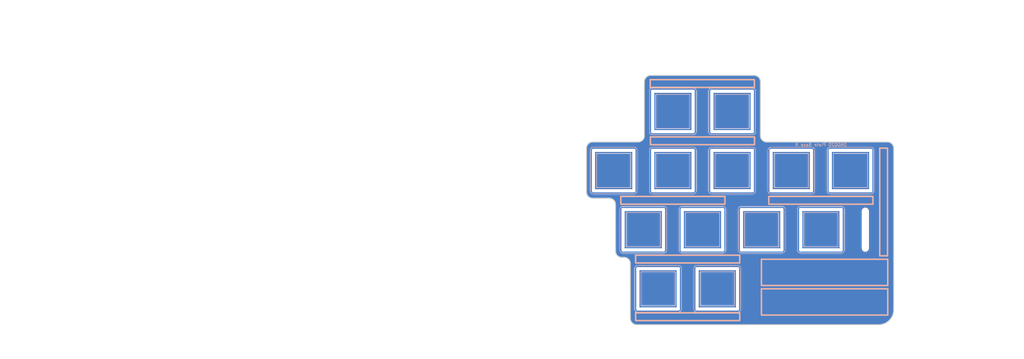
<source format=kicad_pcb>
(kicad_pcb (version 20240108) (generator "pcbnew") (generator_version "8.0")
  (title_block (title "Sandy") (date "2023-01-06") (rev "v.0") (company "@jpskenn"))
  (layers (0 "F.Cu" signal) (31 "B.Cu" signal) (34 "B.Paste" user) (35 "F.Paste" user) (36 "B.SilkS" user "B.Silkscreen") (37 "F.SilkS" user "F.Silkscreen") (38 "B.Mask" user) (39 "F.Mask" user) (44 "Edge.Cuts" user))
  (net 0 "")
  (footprint "locallib:MX-Switch-Hole-with-narrow-frame" (layer "F.Cu") (at 255.247345 84.25032)
    (property "Reference" "SW_>1" (hide yes))
    (property "Value" "SW_Push")
    (pad "" np_thru_hole roundrect (at -6.5 0 90) (size 14.8 1.8) (drill oval 14 1) (layers "F&B.Cu" "*.Mask") (roundrect_rratio 0.5))
    (pad "" np_thru_hole roundrect (at 0 -6.5) (size 14.8 1.8) (drill oval 14 1) (layers "F&B.Cu" "*.Mask") (roundrect_rratio 0.5))
    (pad "" np_thru_hole roundrect (at 0 6.5) (size 14.8 1.8) (drill oval 14 1) (layers "F&B.Cu" "*.Mask") (roundrect_rratio 0.5))
    (pad "" np_thru_hole roundrect (at 6.5 0 90) (size 14.8 1.8) (drill oval 14 1) (layers "F&B.Cu" "*.Mask") (roundrect_rratio 0.5))
  )
  (footprint "locallib:SandyLP_outline_Plate_Base_R" (layer "F.Cu") (at 17.122345 17.57532)
    (property "Reference" "REF**" (hide yes))
    (property "Value" "60_Outline" (hide yes))
    (fp_line (start 181.753125 40.39996) (end 181.753125 54.554735) (stroke (width 0.3)) (layer "Edge.Cuts"))
    (fp_line (start 189.095313 56.554735) (end 183.753125 56.554735) (stroke (width 0.3)) (layer "Edge.Cuts"))
    (fp_line (start 191.095313 58.554735) (end 191.104848 73.604687) (stroke (width 0.3)) (layer "Edge.Cuts"))
    (fp_line (start 193.857813 75.604687) (end 193.104848 75.604687) (stroke (width 0.3)) (layer "Edge.Cuts"))
    (fp_line (start 195.857813 77.604687) (end 195.867348 95.28121) (stroke (width 0.3)) (layer "Edge.Cuts"))
    (fp_line (start 198.375 38.39996) (end 183.753125 38.39996) (stroke (width 0.3)) (layer "Edge.Cuts"))
    (fp_line (start 200.375 18.96871) (end 200.375 36.39996) (stroke (width 0.3)) (layer "Edge.Cuts"))
    (fp_line (start 235.7125 16.96871) (end 202.375 16.96871) (stroke (width 0.3)) (layer "Edge.Cuts"))
    (fp_line (start 237.7125 18.96871) (end 237.7125 36.39996) (stroke (width 0.3)) (layer "Edge.Cuts"))
    (fp_line (start 275.825 97.28121) (end 197.867348 97.28121) (stroke (width 0.3)) (layer "Edge.Cuts"))
    (fp_line (start 278.5875 38.39996) (end 239.7125 38.39996) (stroke (width 0.3)) (layer "Edge.Cuts"))
    (fp_line (start 280.5875 40.39996) (end 280.5875 92.51871) (stroke (width 0.3)) (layer "Edge.Cuts"))
    (fp_arc (start 181.753125 40.39996) (mid 182.338921 38.985746) (end 183.753125 38.39996) (stroke (width 0.3)) (layer "Edge.Cuts"))
    (fp_arc (start 183.753125 56.554735) (mid 182.338889 55.968983) (end 181.753125 54.554735) (stroke (width 0.3)) (layer "Edge.Cuts"))
    (fp_arc (start 189.095313 56.554735) (mid 190.509512 57.140551) (end 191.095313 58.554735) (stroke (width 0.3)) (layer "Edge.Cuts"))
    (fp_arc (start 193.104848 75.604687) (mid 191.690643 75.018911) (end 191.104848 73.604687) (stroke (width 0.3)) (layer "Edge.Cuts"))
    (fp_arc (start 193.857813 75.604687) (mid 195.271993 76.190507) (end 195.857813 77.604687) (stroke (width 0.3)) (layer "Edge.Cuts"))
    (fp_arc (start 197.867348 97.28121) (mid 196.453135 96.695435) (end 195.867348 95.28121) (stroke (width 0.3)) (layer "Edge.Cuts"))
    (fp_arc (start 200.375 18.96871) (mid 200.960812 17.554519) (end 202.375 16.96871) (stroke (width 0.3)) (layer "Edge.Cuts"))
    (fp_arc (start 200.375 36.39996) (mid 199.789222 37.814164) (end 198.375 38.39996) (stroke (width 0.3)) (layer "Edge.Cuts"))
    (fp_arc (start 235.7125 16.96871) (mid 237.12671 17.554497) (end 237.7125 18.96871) (stroke (width 0.3)) (layer "Edge.Cuts"))
    (fp_arc (start 239.7125 38.39996) (mid 238.298301 37.814171) (end 237.7125 36.39996) (stroke (width 0.3)) (layer "Edge.Cuts"))
    (fp_arc (start 278.5875 38.39996) (mid 280.001692 38.98575) (end 280.5875 40.39996) (stroke (width 0.3)) (layer "Edge.Cuts"))
    (fp_arc (start 280.5875 92.51871) (mid 279.192593 95.8863) (end 275.825 97.28121) (stroke (width 0.3)) (layer "Edge.Cuts"))
    (zone (net 0) (net_name "") (layers "F&B.Cu") (connect_pads (clearance 0)) (min_thickness 0.25)
      (keepout (tracks not_allowed) (vias not_allowed) (pads not_allowed) (copperpour not_allowed) (footprints allowed))
      (fill (thermal_gap 0.5) (thermal_bridge_width 0.5))
      (polygon (pts (arc (start 287.39422 78.297195) (mid 288.584845 77.10657) (end 289.77547 78.297195)) (arc (start 289.77547 90.203445) (mid 288.584845 91.39407) (end 287.39422 90.203445))))
    )
  )
  (footprint "locallib:MX-Switch-Hole-with-narrow-frame" (layer "F.Cu") (at 226.672345 46.15032)
    (property "Reference" "SW_I1" (hide yes))
    (property "Value" "SW_Push")
    (pad "" np_thru_hole roundrect (at -6.5 0 90) (size 14.8 1.8) (drill oval 14 1) (layers "F&B.Cu" "*.Mask") (roundrect_rratio 0.5))
    (pad "" np_thru_hole roundrect (at 0 -6.5) (size 14.8 1.8) (drill oval 14 1) (layers "F&B.Cu" "*.Mask") (roundrect_rratio 0.5))
    (pad "" np_thru_hole roundrect (at 0 6.5) (size 14.8 1.8) (drill oval 14 1) (layers "F&B.Cu" "*.Mask") (roundrect_rratio 0.5))
    (pad "" np_thru_hole roundrect (at 6.5 0 90) (size 14.8 1.8) (drill oval 14 1) (layers "F&B.Cu" "*.Mask") (roundrect_rratio 0.5))
  )
  (footprint "locallib:MX-Switch-Hole-with-narrow-frame" (layer "F.Cu") (at 207.622345 65.20032)
    (property "Reference" "SW_J1" (hide yes))
    (property "Value" "SW_Push")
    (pad "" np_thru_hole roundrect (at -6.5 0 90) (size 14.8 1.8) (drill oval 14 1) (layers "F&B.Cu" "*.Mask") (roundrect_rratio 0.5))
    (pad "" np_thru_hole roundrect (at 0 -6.5) (size 14.8 1.8) (drill oval 14 1) (layers "F&B.Cu" "*.Mask") (roundrect_rratio 0.5))
    (pad "" np_thru_hole roundrect (at 0 6.5) (size 14.8 1.8) (drill oval 14 1) (layers "F&B.Cu" "*.Mask") (roundrect_rratio 0.5))
    (pad "" np_thru_hole roundrect (at 6.5 0 90) (size 14.8 1.8) (drill oval 14 1) (layers "F&B.Cu" "*.Mask") (roundrect_rratio 0.5))
  )
  (footprint "locallib:MX-Switch-Hole-with-narrow-frame" (layer "F.Cu") (at 283.822345 65.20032)
    (property "Reference" "SW_ENT1" (hide yes))
    (property "Value" "SW_Push")
    (pad "" np_thru_hole roundrect (at -6.5 0 90) (size 14.8 1.8) (drill oval 14 1) (layers "F&B.Cu" "*.Mask") (roundrect_rratio 0.5))
    (pad "" np_thru_hole roundrect (at 0 -6.5) (size 14.8 1.8) (drill oval 14 1) (layers "F&B.Cu" "*.Mask") (roundrect_rratio 0.5))
    (pad "" np_thru_hole roundrect (at 0 6.5) (size 14.8 1.8) (drill oval 14 1) (layers "F&B.Cu" "*.Mask") (roundrect_rratio 0.5))
    (pad "" np_thru_hole roundrect (at 6.5 0 90) (size 14.8 1.8) (drill oval 14 1) (layers "F&B.Cu" "*.Mask") (roundrect_rratio 0.5))
  )
  (footprint "locallib:MX-Switch-Hole-with-narrow-frame" (layer "F.Cu") (at 264.772345 65.20032)
    (property "Reference" "SW_;1" (hide yes))
    (property "Value" "SW_Push")
    (pad "" np_thru_hole roundrect (at -6.5 0 90) (size 14.8 1.8) (drill oval 14 1) (layers "F&B.Cu" "*.Mask") (roundrect_rratio 0.5))
    (pad "" np_thru_hole roundrect (at 0 -6.5) (size 14.8 1.8) (drill oval 14 1) (layers "F&B.Cu" "*.Mask") (roundrect_rratio 0.5))
    (pad "" np_thru_hole roundrect (at 0 6.5) (size 14.8 1.8) (drill oval 14 1) (layers "F&B.Cu" "*.Mask") (roundrect_rratio 0.5))
    (pad "" np_thru_hole roundrect (at 6.5 0 90) (size 14.8 1.8) (drill oval 14 1) (layers "F&B.Cu" "*.Mask") (roundrect_rratio 0.5))
  )
  (footprint "locallib:MX-Switch-Hole-with-narrow-frame" (layer "F.Cu") (at 245.722345 46.15032)
    (property "Reference" "SW_O1" (hide yes))
    (property "Value" "SW_Push")
    (pad "" np_thru_hole roundrect (at -6.5 0 90) (size 14.8 1.8) (drill oval 14 1) (layers "F&B.Cu" "*.Mask") (roundrect_rratio 0.5))
    (pad "" np_thru_hole roundrect (at 0 -6.5) (size 14.8 1.8) (drill oval 14 1) (layers "F&B.Cu" "*.Mask") (roundrect_rratio 0.5))
    (pad "" np_thru_hole roundrect (at 0 6.5) (size 14.8 1.8) (drill oval 14 1) (layers "F&B.Cu" "*.Mask") (roundrect_rratio 0.5))
    (pad "" np_thru_hole roundrect (at 6.5 0 90) (size 14.8 1.8) (drill oval 14 1) (layers "F&B.Cu" "*.Mask") (roundrect_rratio 0.5))
  )
  (footprint "locallib:MX-Switch-Hole-with-narrow-frame" (layer "F.Cu") (at 274.297345 84.25032)
    (property "Reference" "SW_/1" (hide yes))
    (property "Value" "SW_Push")
    (pad "" np_thru_hole roundrect (at -6.5 0 90) (size 14.8 1.8) (drill oval 14 1) (layers "F&B.Cu" "*.Mask") (roundrect_rratio 0.5))
    (pad "" np_thru_hole roundrect (at 0 -6.5) (size 14.8 1.8) (drill oval 14 1) (layers "F&B.Cu" "*.Mask") (roundrect_rratio 0.5))
    (pad "" np_thru_hole roundrect (at 0 6.5) (size 14.8 1.8) (drill oval 14 1) (layers "F&B.Cu" "*.Mask") (roundrect_rratio 0.5))
    (pad "" np_thru_hole roundrect (at 6.5 0 90) (size 14.8 1.8) (drill oval 14 1) (layers "F&B.Cu" "*.Mask") (roundrect_rratio 0.5))
  )
  (footprint "locallib:MX-Switch-Hole-with-narrow-frame" (layer "F.Cu") (at 217.147345 84.25032)
    (property "Reference" "SW_M1" (hide yes))
    (property "Value" "SW_Push")
    (pad "" np_thru_hole roundrect (at -6.5 0 90) (size 14.8 1.8) (drill oval 14 1) (layers "F&B.Cu" "*.Mask") (roundrect_rratio 0.5))
    (pad "" np_thru_hole roundrect (at 0 -6.5) (size 14.8 1.8) (drill oval 14 1) (layers "F&B.Cu" "*.Mask") (roundrect_rratio 0.5))
    (pad "" np_thru_hole roundrect (at 0 6.5) (size 14.8 1.8) (drill oval 14 1) (layers "F&B.Cu" "*.Mask") (roundrect_rratio 0.5))
    (pad "" np_thru_hole roundrect (at 6.5 0 90) (size 14.8 1.8) (drill oval 14 1) (layers "F&B.Cu" "*.Mask") (roundrect_rratio 0.5))
  )
  (footprint "locallib:MX-Switch-Hole-with-narrow-frame" (layer "F.Cu") (at 226.672345 65.20032)
    (property "Reference" "SW_K1" (hide yes))
    (property "Value" "SW_Push")
    (pad "" np_thru_hole roundrect (at -6.5 0 90) (size 14.8 1.8) (drill oval 14 1) (layers "F&B.Cu" "*.Mask") (roundrect_rratio 0.5))
    (pad "" np_thru_hole roundrect (at 0 -6.5) (size 14.8 1.8) (drill oval 14 1) (layers "F&B.Cu" "*.Mask") (roundrect_rratio 0.5))
    (pad "" np_thru_hole roundrect (at 0 6.5) (size 14.8 1.8) (drill oval 14 1) (layers "F&B.Cu" "*.Mask") (roundrect_rratio 0.5))
    (pad "" np_thru_hole roundrect (at 6.5 0 90) (size 14.8 1.8) (drill oval 14 1) (layers "F&B.Cu" "*.Mask") (roundrect_rratio 0.5))
  )
  (footprint "locallib:MX-Switch-Hole-with-narrow-frame" (layer "F.Cu") (at 236.197345 84.25032)
    (property "Reference" "SW_<1" (hide yes))
    (property "Value" "SW_Push")
    (pad "" np_thru_hole roundrect (at -6.5 0 90) (size 14.8 1.8) (drill oval 14 1) (layers "F&B.Cu" "*.Mask") (roundrect_rratio 0.5))
    (pad "" np_thru_hole roundrect (at 0 -6.5) (size 14.8 1.8) (drill oval 14 1) (layers "F&B.Cu" "*.Mask") (roundrect_rratio 0.5))
    (pad "" np_thru_hole roundrect (at 0 6.5) (size 14.8 1.8) (drill oval 14 1) (layers "F&B.Cu" "*.Mask") (roundrect_rratio 0.5))
    (pad "" np_thru_hole roundrect (at 6.5 0 90) (size 14.8 1.8) (drill oval 14 1) (layers "F&B.Cu" "*.Mask") (roundrect_rratio 0.5))
  )
  (footprint "locallib:MX-Switch-Hole-with-narrow-frame" (layer "F.Cu") (at 240.959845 103.30032)
    (property "Reference" "SW_RWIN1" (hide yes))
    (property "Value" "SW_Push")
    (pad "" np_thru_hole roundrect (at -6.5 0 90) (size 14.8 1.8) (drill oval 14 1) (layers "F&B.Cu" "*.Mask") (roundrect_rratio 0.5))
    (pad "" np_thru_hole roundrect (at 0 -6.5) (size 14.8 1.8) (drill oval 14 1) (layers "F&B.Cu" "*.Mask") (roundrect_rratio 0.5))
    (pad "" np_thru_hole roundrect (at 0 6.5) (size 14.8 1.8) (drill oval 14 1) (layers "F&B.Cu" "*.Mask") (roundrect_rratio 0.5))
    (pad "" np_thru_hole roundrect (at 6.5 0 90) (size 14.8 1.8) (drill oval 14 1) (layers "F&B.Cu" "*.Mask") (roundrect_rratio 0.5))
  )
  (footprint "locallib:MX-Switch-Hole-with-narrow-frame" (layer "F.Cu") (at 245.722345 65.20032)
    (property "Reference" "SW_L1" (hide yes))
    (property "Value" "SW_Push")
    (pad "" np_thru_hole roundrect (at -6.5 0 90) (size 14.8 1.8) (drill oval 14 1) (layers "F&B.Cu" "*.Mask") (roundrect_rratio 0.5))
    (pad "" np_thru_hole roundrect (at 0 -6.5) (size 14.8 1.8) (drill oval 14 1) (layers "F&B.Cu" "*.Mask") (roundrect_rratio 0.5))
    (pad "" np_thru_hole roundrect (at 0 6.5) (size 14.8 1.8) (drill oval 14 1) (layers "F&B.Cu" "*.Mask") (roundrect_rratio 0.5))
    (pad "" np_thru_hole roundrect (at 6.5 0 90) (size 14.8 1.8) (drill oval 14 1) (layers "F&B.Cu" "*.Mask") (roundrect_rratio 0.5))
  )
  (footprint "locallib:MX-Switch-Hole-with-narrow-frame" (layer "F.Cu") (at 221.909845 103.30032)
    (property "Reference" "SW_RALT1" (hide yes))
    (property "Value" "SW_Push")
    (pad "" np_thru_hole roundrect (at -6.5 0 90) (size 14.8 1.8) (drill oval 14 1) (layers "F&B.Cu" "*.Mask") (roundrect_rratio 0.5))
    (pad "" np_thru_hole roundrect (at 0 -6.5) (size 14.8 1.8) (drill oval 14 1) (layers "F&B.Cu" "*.Mask") (roundrect_rratio 0.5))
    (pad "" np_thru_hole roundrect (at 0 6.5) (size 14.8 1.8) (drill oval 14 1) (layers "F&B.Cu" "*.Mask") (roundrect_rratio 0.5))
    (pad "" np_thru_hole roundrect (at 6.5 0 90) (size 14.8 1.8) (drill oval 14 1) (layers "F&B.Cu" "*.Mask") (roundrect_rratio 0.5))
  )
  (gr_rect (start 255.166095 93.77532) (end 295.809845 102.228445) (stroke (width 0.5)) (fill none) (layer "B.SilkS"))
  (gr_rect (start 214.684845 92.465945) (end 248.184845 94.965945) (stroke (width 0.5)) (fill none) (layer "B.SilkS"))
  (gr_rect (start 293.228595 57.97532) (end 295.728595 92.665945) (stroke (width 0.5)) (fill none) (layer "B.SilkS"))
  (gr_rect (start 214.684845 111.039447) (end 248.184845 113.539447) (stroke (width 0.5)) (fill none) (layer "B.SilkS"))
  (gr_rect (start 219.447345 54.365945) (end 252.947345 56.865945) (stroke (width 0.5)) (fill none) (layer "B.SilkS"))
  (gr_rect (start 255.166095 103.30032) (end 295.809845 111.753445) (stroke (width 0.5)) (fill none) (layer "B.SilkS"))
  (gr_rect (start 209.922345 73.534695) (end 243.422345 76.034695) (stroke (width 0.5)) (fill none) (layer "B.SilkS"))
  (gr_rect (start 257.547345 73.534695) (end 291.047345 76.034695) (stroke (width 0.5)) (fill none) (layer "B.SilkS"))
  (gr_rect (start 219.384845 35.911261) (end 252.884845 38.411261) (stroke (width 0.5)) (fill none) (layer "B.SilkS"))
  (gr_text "DN0020 Plate Base R" (at 274.297345 57.461277 0) (layer "B.SilkS") (effects (font (size 1 1)) (justify bottom mirror)))
  (segment (start 284.745382 107.524471) (end 283.624845 108.21407) (width 0.16) (layer "F.Cu") (net 0))
  (segment (start 264.532345 112.19157) (end 264.552345 112.20157) (width 0.16) (layer "F.Cu") (net 0))
  (segment (start 285.234845 107.82032) (end 282.794845 106.38157) (width 0.16) (layer "F.Cu") (net 0))
  (segment (start 269.322345 111.38157) (end 267.62336 110.442585) (width 0.16) (layer "F.Cu") (net 0))
  (segment (start 277.842345 101.23157) (end 278.092345 101.21157) (width 0.254) (layer "F.Cu") (net 0))
  (segment (start 274.062345 107.22157) (end 273.582345 106.97157) (width 0.16) (layer "F.Cu") (net 0))
  (segment (start 277.452345 101.41157) (end 277.842345 101.23157) (width 0.254) (layer "F.Cu") (net 0))
  (segment (start 278.802345 106.96157) (end 278.802345 104.51157) (width 0.16) (layer "F.Cu") (net 0))
  (segment (start 274.552345 102.616674) (end 274.554793 102.619122) (width 0.16) (layer "F.Cu") (net 0))
  (segment (start 269.322345 108.92157) (end 269.312345 108.91157) (width 0.16) (layer "F.Cu") (net 0))
  (segment (start 278.802345 104.51157) (end 283.042345 102.06157) (width 0.16) (layer "F.Cu") (net 0))
  (segment (start 278.282345 107.26157) (end 274.062345 109.69157) (width 0.16) (layer "F.Cu") (net 0))
  (segment (start 265.212345 108.04157) (end 264.942345 108.11157) (width 0.254) (layer "F.Cu") (net 0))
  (segment (start 279.842345 102.56157) (end 279.382345 102.85157) (width 0.254) (layer "F.Cu") (net 0))
  (segment (start 286.372345 106.210945) (end 287.447345 106.827195) (width 0.16) (layer "F.Cu") (net 0))
  (segment (start 287.455144 103.683771) (end 283.644845 105.87907) (width 0.16) (layer "F.Cu") (net 0))
  (segment (start 271.182345 106.56157) (end 271.172345 106.56157) (width 0.254) (layer "F.Cu") (net 0))
  (segment (start 278.802345 99.60157) (end 279.340255 99.91366) (width 0.16) (layer "F.Cu") (net 0))
  (segment (start 285.634845 107.08157) (end 285.634845 107.55657) (width 0.16) (layer "F.Cu") (net 0))
  (segment (start 287.034845 103.46407) (end 287.474845 103.69407) (width 0.16) (layer "F.Cu") (net 0))
  (segment (start 283.634845 105.89407) (end 285.584845 107.04407) (width 0.16) (layer "F.Cu") (net 0))
  (segment (start 279.322345 99.87157) (end 279.340255 99.91366) (width 0.16) (layer "F.Cu") (net 0))
  (segment (start 279.012345 103.05157) (end 276.802345 101.80157) (width 0.254) (layer "F.Cu") (net 0))
  (segment (start 283.184845 107.49407) (end 283.184845 107.96907) (width 0.16) (layer "F.Cu") (net 0))
  (segment (start 283.587345 103.15657) (end 283.572345 103.16157) (width 0.16) (layer "F.Cu") (net 0))
  (segment (start 273.572345 108.95157) (end 273.184246 109.173471) (width 0.16) (layer "F.Cu") (net 0))
  (segment (start 266.220417 105.803498) (end 264.562345 104.85157) (width 0.16) (layer "F.Cu") (net 0))
  (segment (start 285.884845 106.41907) (end 287.434845 107.29532) (width 0.16) (layer "F.Cu") (net 0))
  (segment (start 287.484845 103.71407) (end 287.484845 104.18907) (width 0.16) (layer "F.Cu") (net 0))
  (segment (start 283.042345 104.52157) (end 278.802345 106.96157) (width 0.16) (layer "F.Cu") (net 0))
  (segment (start 273.582345 108.94157) (end 273.572345 108.95157) (width 0.16) (layer "F.Cu") (net 0))
  (segment (start 283.042345 102.89157) (end 283.042345 104.52157) (width 0.16) (layer "F.Cu") (net 0))
  (segment (start 272.092345 104.45157) (end 274.402345 105.75157) (width 0.254) (layer "F.Cu") (net 0))
  (segment (start 275.762345 104.97157) (end 272.092345 104.45157) (width 0.254) (layer "F.Cu") (net 0))
  (segment (start 263.172345 106.68157) (end 263.002345 106.90157) (width 0.254) (layer "F.Cu") (net 0))
  (segment (start 269.051041 106.982874) (end 269.472345 107.51157) (width 0.254) (layer "F.Cu") (net 0))
  (segment (start 285.881407 106.925476) (end 285.634845 107.08157) (width 0.16) (layer "F.Cu") (net 0))
  (segment (start 268.812345 107.29157) (end 268.812345 108.63157) (width 0.16) (layer "F.Cu") (net 0))
  (segment (start 278.292345 107.25157) (end 278.282345 107.26157) (width 0.16) (layer "F.Cu") (net 0))
  (segment (start 267.62336 110.442585) (end 264.552345 112.20157) (width 0.16) (layer "F.Cu") (net 0))
  (segment (start 268.812345 109.76157) (end 267.62336 110.442585) (width 0.16) (layer "F.Cu") (net 0))
  (segment (start 279.592345 101.64157) (end 279.822345 101.86157) (width 0.254) (layer "F.Cu") (net 0))
  (segment (start 278.292345 104.80157) (end 278.292345 106.70157) (width 0.16) (layer "F.Cu") (net 0))
  (segment (start 289.394845 106.19657) (end 289.394845 106.67157) (width 0.16) (layer "F.Cu") (net 0))
  (segment (start 271.172345 106.56157) (end 270.212345 106.313135) (width 0.254) (layer "F.Cu") (net 0))
  (segment (start 274.062345 102.33157) (end 274.042345 102.34157) (width 0.16) (layer "F.Cu") (net 0))
  (segment (start 274.062345 107.22157) (end 278.292345 104.80157) (width 0.16) (layer "F.Cu") (net 0))
  (segment (start 281.622345 97.96157) (end 283.522345 98.24157) (width 0.254) (layer "F.Cu") (net 0))
  (segment (start 264.552345 109.74157) (end 260.322345 107.30157) (width 0.16) (layer "F.Cu") (net 0))
  (segment (start 273.184246 109.173471) (end 269.322345 111.38157) (width 0.16) (layer "F.Cu") (net 0))
  (segment (start 283.072345 97.19157) (end 283.502345 98.20157) (width 0.32) (layer "F.Cu") (net 0))
  (segment (start 264.562345 104.85157) (end 260.322345 107.30157) (width 0.16) (layer "F.Cu") (net 0))
  (segment (start 287.832345 98.27157) (end 287.832345 100.72157) (width 0.16) (layer "F.Cu") (net 0))
  (segment (start 264.552345 109.74157) (end 268.812345 107.29157) (width 0.16) (layer "F.Cu") (net 0))
  (segment (start 285.194845 107.31657) (end 282.824845 105.88157) (width 0.16) (layer "F.Cu") (net 0))
  (segment (start 270.212345 106.313135) (end 268.042345 105.75157) (width 0.254) (layer "F.Cu") (net 0))
  (segment (start 289.394845 106.67157) (end 287.469845 107.80907) (width 0.16) (layer "F.Cu") (net 0))
  (segment (start 283.184845 107.96907) (end 283.594845 108.20657) (width 0.16) (layer "F.Cu") (net 0))
  (segment (start 279.337345 98.28157) (end 283.562345 95.83157) (width 0.16) (layer "F.Cu") (net 0))
  (segment (start 263.492345 107.36157) (end 263.882345 107.36157) (width 0.254) (layer "F.Cu") (net 0))
  (segment (start 279.972345 102.41157) (end 279.842345 102.56157) (width 0.254) (layer "F.Cu") (net 0))
  (segment (start 274.042345 102.34157) (end 270.223091 104.550824) (width 0.16) (layer "F.Cu") (net 0))
  (segment (start 274.062345 109.69157) (end 273.184246 109.173471) (width 0.16) (layer "F.Cu") (net 0))
  (segment (start 265.882345 107.20157) (end 265.972345 107.39157) (width 0.254) (layer "F.Cu") (net 0))
  (segment (start 285.234845 107.30657) (end 285.234845 107.78157) (width 0.16) (layer "F.Cu") (net 0))
  (segment (start 285.634845 107.56782) (end 285.234845 107.82032) (width 0.16) (layer "F.Cu") (net 0))
  (segment (start 287.459845 106.00907) (end 286.799845 106.38907) (width 0.16) (layer "F.Cu") (net 0))
  (segment (start 284.337636 107.291279) (end 283.59172 107.781257) (width 0.16) (layer "F.Cu") (net 0))
  (segment (start 279.382345 102.85157) (end 279.012345 103.05157) (width 0.254) (layer "F.Cu") (net 0))
  (segment (start 289.374845 106.18157) (end 287.469845 107.29907) (width 0.16) (layer "F.Cu") (net 0))
  (segment (start 264.942345 108.11157) (end 264.482345 108.15157) (width 0.254) (layer "F.Cu") (net 0))
  (segment (start 287.444845 105.02907) (end 284.798555 106.58036) (width 0.16) (layer "F.Cu") (net 0))
  (segment (start 278.092345 101.21157) (end 278.532345 101.242529) (width 0.254) (layer "F.Cu") (net 0))
  (segment (start 264.262345 106.32157) (end 263.862345 106.37157) (width 0.254) (layer "F.Cu") (net 0))
  (segment (start 269.322345 111.38157) (end 269.322345 108.92157) (width 0.16) (layer "F.Cu") (net 0))
  (segment (start 287.444845 105.02907) (end 289.374845 106.18157) (width 0.16) (layer "F.Cu") (net 0))
  (segment (start 280.002345 102.14157) (end 279.972345 102.41157) (width 0.254) (layer "F.Cu") (net 0))
  (segment (start 265.052345 106.94157) (end 265.552345 107.01157) (width 0.254) (layer "F.Cu") (net 0))
  (segment (start 263.482345 106.49157) (end 263.172345 106.68157) (width 0.254) (layer "F.Cu") (net 0))
  (segment (start 265.552345 107.01157) (end 265.882345 107.20157) (width 0.254) (layer "F.Cu") (net 0))
  (segment (start 285.574845 107.07157) (end 285.194845 107.31657) (width 0.16) (layer "F.Cu") (net 0))
  (segment (start 283.572345 103.16157) (end 283.572345 100.73157) (width 0.16) (layer "F.Cu") (net 0))
  (segment (start 269.312345 108.91157) (end 268.812345 108.63157) (width 0.16) (layer "F.Cu") (net 0))
  (segment (start 274.552345 102.06157) (end 274.552345 102.616674) (width 0.16) (layer "F.Cu") (net 0))
  (segment (start 278.792345 99.60157) (end 278.802345 99.60157) (width 0.16) (layer "F.Cu") (net 0))
  (segment (start 288.536095 106.174695) (end 287.463595 106.823445) (width 0.16) (layer "F.Cu") (net 0))
  (segment (start 278.292345 106.70157) (end 278.292345 107.25157) (width 0.16) (layer "F.Cu") (net 0))
  (segment (start 263.862345 106.37157) (end 263.482345 106.49157) (width 0.254) (layer "F.Cu") (net 0))
  (segment (start 264.712345 106.99157) (end 265.052345 106.94157) (width 0.254) (layer "F.Cu") (net 0))
  (segment (start 283.913015 107.0409) (end 283.184845 107.49407) (width 0.16) (layer "F.Cu") (net 0))
  (segment (start 282.784845 105.89407) (end 286.984845 103.44407) (width 0.16) (layer "F.Cu") (net 0))
  (segment (start 287.459845 105.57157) (end 287.459845 106.04657) (width 0.16) (layer "F.Cu") (net 0))
  (segment (start 287.432345 105.54032) (end 286.359845 106.18907) (width 0.16) (layer "F.Cu") (net 0))
  (segment (start 265.972345 107.39157) (end 265.892345 107.59157) (width 0.254) (layer "F.Cu") (net 0))
  (segment (start 285.884845 106.41907) (end 285.223151 106.830764) (width 0.16) (layer "F.Cu") (net 0))
  (segment (start 263.882345 107.36157) (end 264.242345 107.21157) (width 0.254) (layer "F.Cu") (net 0))
  (segment (start 278.802345 106.96157) (end 278.292345 106.70157) (width 0.16) (layer "F.Cu") (net 0))
  (segment (start 279.337345 98.28157) (end 279.322345 99.87157) (width 0.16) (layer "F.Cu") (net 0))
  (segment (start 268.812345 107.29157) (end 266.220417 105.803498) (width 0.16) (layer "F.Cu") (net 0))
  (segment (start 264.552345 112.20157) (end 264.552345 109.74157) (width 0.16) (layer "F.Cu") (net 0))
  (segment (start 263.002345 106.90157) (end 263.002345 107.07157) (width 0.254) (layer "F.Cu") (net 0))
  (segment (start 260.322345 109.78157) (end 264.532345 112.19157) (width 0.16) (layer "F.Cu") (net 0))
  (segment (start 268.042345 105.75157) (end 269.051041 106.982874) (width 0.254) (layer "F.Cu") (net 0))
  (segment (start 283.574845 107.72407) (end 283.574845 108.19907) (width 0.16) (layer "F.Cu") (net 0))
  (segment (start 283.572345 100.73157) (end 287.812345 98.28157) (width 0.16) (layer "F.Cu") (net 0))
  (segment (start 273.462345 103.66157) (end 275.762345 104.97157) (width 0.254) (layer "F.Cu") (net 0))
  (segment (start 287.434845 104.21407) (end 284.134845 106.12407) (width 0.16) (layer "F.Cu") (net 0))
  (segment (start 269.051041 106.982874) (end 270.212345 106.313135) (width 0.254) (layer "F.Cu") (net 0))
  (segment (start 265.472345 107.93157) (end 265.212345 108.04157) (width 0.254) (layer "F.Cu") (net 0))
  (segment (start 285.909845 106.43157) (end 285.909845 106.90657) (width 0.16) (layer "F.Cu") (net 0))
  (segment (start 283.562345 95.83157) (end 283.572345 95.83157) (width 0.16) (layer "F.Cu") (net 0))
  (segment (start 283.572345 95.83157) (end 287.832345 98.27157) (width 0.16) (layer "F.Cu") (net 0))
  (segment (start 274.554793 102.619122) (end 274.062345 102.33157) (width 0.16) (layer "F.Cu") (net 0))
  (segment (start 273.582345 106.97157) (end 273.582345 108.94157) (width 0.16) (layer "F.Cu") (net 0))
  (segment (start 287.464845 105.55282) (end 288.539845 106.16907) (width 0.16) (layer "F.Cu") (net 0))
  (segment (start 277.302345 101.49157) (end 277.452345 101.41157) (width 0.254) (layer "F.Cu") (net 0))
  (segment (start 270.223091 104.550824) (end 269.322345 104.03157) (width 0.16) (layer "F.Cu") (net 0))
  (segment (start 269.322345 104.03157) (end 266.220417 105.803498) (width 0.16) (layer "F.Cu") (net 0))
  (segment (start 283.184845 107.49407) (end 283.614845 107.71657) (width 0.16) (layer "F.Cu") (net 0))
  (segment (start 283.572345 103.16157) (end 283.042345 102.89157) (width 0.16) (layer "F.Cu") (net 0))
  (segment (start 283.572345 100.73157) (end 283.587345 100.73157) (width 0.16) (layer "F.Cu") (net 0))
  (segment (start 276.802345 101.80157) (end 277.302345 101.49157) (width 0.254) (layer "F.Cu") (net 0))
  (segment (start 274.552345 102.06157) (end 278.792345 99.60157) (width 0.16) (layer "F.Cu") (net 0))
  (segment (start 265.802345 107.70157) (end 265.472345 107.93157) (width 0.254) (layer "F.Cu") (net 0))
  (segment (start 285.919845 106.95407) (end 287.449845 107.80657) (width 0.16) (layer "F.Cu") (net 0))
  (segment (start 287.832345 100.72157) (end 283.587345 103.15657) (width 0.16) (layer "F.Cu") (net 0))
  (segment (start 282.784845 105.89407) (end 282.784845 106.36907) (width 0.16) (layer "F.Cu") (net 0))
  (segment (start 270.223091 104.550824) (end 273.572345 106.48157) (width 0.16) (layer "F.Cu") (net 0))
  (segment (start 279.822345 101.85157) (end 280.002345 102.14157) (width 0.254) (layer "F.Cu") (net 0))
  (segment (start 274.062345 109.69157) (end 274.062345 107.22157) (width 0.16) (layer "F.Cu") (net 0))
  (segment (start 279.062345 101.37157) (end 279.592345 101.64157) (width 0.254) (layer "F.Cu") (net 0))
  (segment (start 263.212345 107.27157) (end 263.492345 107.36157) (width 0.254) (layer "F.Cu") (net 0))
  (segment (start 273.572345 106.48157) (end 273.582345 106.48157) (width 0.16) (layer "F.Cu") (net 0))
  (segment (start 279.340255 99.91366) (end 283.042345 102.06157) (width 0.16) (layer "F.Cu") (net 0))
  (segment (start 283.502345 98.20157) (end 283.522345 98.24157) (width 0.254) (layer "F.Cu") (net 0))
  (segment (start 278.532345 101.242529) (end 279.062345 101.37157) (width 0.254) (layer "F.Cu") (net 0))
  (segment (start 278.782345 104.50157) (end 274.552345 102.06157) (width 0.16) (layer "F.Cu") (net 0))
  (segment (start 283.522345 98.24157) (end 284.592345 98.84157) (width 0.254) (layer "F.Cu") (net 0))
  (segment (start 260.322345 107.30157) (end 260.322345 109.78157) (width 0.16) (layer "F.Cu") (net 0))
  (segment (start 264.242345 107.21157) (end 264.712345 106.99157) (width 0.254) (layer "F.Cu") (net 0))
  (segment (start 274.554793 102.619122) (end 278.292345 104.80157) (width 0.16) (layer "F.Cu") (net 0))
  (segment (start 283.042345 102.06157) (end 283.042345 102.89157) (width 0.16) (layer "F.Cu") (net 0))
  (segment (start 263.002345 107.07157) (end 263.212345 107.27157) (width 0.254) (layer "F.Cu") (net 0))
  (segment (start 273.582345 106.48157) (end 273.582345 106.97157) (width 0.16) (layer "F.Cu") (net 0))
  (segment (start 265.892345 107.59157) (end 265.802345 107.70157) (width 0.254) (layer "F.Cu") (net 0))
  (segment (start 287.442345 106.020945) (end 288.118233 106.427458) (width 0.16) (layer "F.Cu") (net 0))
  (segment (start 268.812345 108.63157) (end 268.812345 109.76157) (width 0.16) (layer "F.Cu") (net 0))
  (segment (start 283.587345 100.73157) (end 279.337345 98.28157) (width 0.16) (layer "F.Cu") (net 0))
  (segment (start 278.802345 104.51157) (end 278.782345 104.50157) (width 0.16) (layer "F.Cu") (net 0))
  (segment (start 269.322345 108.92157) (end 273.572345 106.48157) (width 0.16) (layer "F.Cu") (net 0))
  (segment (start 287.449845 107.33157) (end 287.449845 107.80657) (width 0.16) (layer "F.Cu") (net 0))
  (zone (net 0) (net_name "") (layer "F.Cu") (connect_pads (clearance 0)) (min_thickness 0.25)
    (keepout (tracks allowed) (vias allowed) (pads allowed) (copperpour not_allowed) (footprints allowed))
    (fill (thermal_gap 0.5) (thermal_bridge_width 0.5))
    (polygon (pts (xy 278.912345 104.63157) (xy 278.912345 106.73157) (xy 282.862345 104.43157) (xy 282.862345 102.43157)))
  )
  (zone (net 0) (net_name "") (layer "F.Cu") (connect_pads (clearance 0)) (min_thickness 0.25)
    (keepout (tracks allowed) (vias allowed) (pads allowed) (copperpour not_allowed) (footprints allowed))
    (fill (thermal_gap 0.5) (thermal_bridge_width 0.5))
    (polygon (pts (xy 260.512345 107.68157) (xy 260.512345 109.73157) (xy 264.362345 111.93157) (xy 264.362345 109.83157)))
  )
  (zone (net 0) (net_name "") (layer "F.Cu") (connect_pads (clearance 0)) (min_thickness 0.25)
    (keepout (tracks allowed) (vias allowed) (pads allowed) (copperpour not_allowed) (footprints allowed))
    (fill (thermal_gap 0.5) (thermal_bridge_width 0.5))
    (polygon (pts (xy 264.712345 109.83157) (xy 264.712345 111.93157) (xy 268.662345 109.63157) (xy 268.662345 107.63157)))
  )
  (zone (net 0) (net_name "") (layer "F.Cu") (connect_pads (clearance 0)) (min_thickness 0.25)
    (keepout (tracks allowed) (vias allowed) (pads allowed) (copperpour not_allowed) (footprints allowed))
    (fill (thermal_gap 0.5) (thermal_bridge_width 0.5))
    (polygon (pts (xy 274.212345 107.28157) (xy 274.212345 109.38157) (xy 278.162345 107.08157) (xy 278.162345 105.08157)))
  )
  (zone (net 0) (net_name "") (layer "F.Cu") (connect_pads (clearance 0)) (min_thickness 0.25)
    (keepout (tracks allowed) (vias allowed) (pads allowed) (copperpour not_allowed) (footprints allowed))
    (fill (thermal_gap 0.5) (thermal_bridge_width 0.5))
    (polygon (pts (xy 268.212345 109.88157) (xy 268.062345 110.43157) (xy 269.162345 111.38157) (xy 269.162345 109.38157)))
  )
  (zone (net 0) (net_name "") (layer "F.Cu") (connect_pads (clearance 0)) (min_thickness 0.25)
    (keepout (tracks allowed) (vias allowed) (pads allowed) (copperpour not_allowed) (footprints allowed))
    (fill (thermal_gap 0.5) (thermal_bridge_width 0.5))
    (polygon (pts (xy 279.562345 98.63157) (xy 279.562345 99.83157) (xy 283.412345 102.13157) (xy 283.412345 100.83157)))
  )
  (zone (net 0) (net_name "") (layer "F.Cu") (priority 2) (connect_pads (clearance 0.25)) (min_thickness 0.25) (fill yes (thermal_gap 0.5) (thermal_bridge_width 0.5) (island_removal_mode 1) (island_area_min 10))
    (polygon (pts (xy 259.194845 94.78407) (xy 290.284845 94.84407) (xy 290.484845 109.24407) (xy 278.084845 113.64407) (xy 258.684845 113.44407)))
  )
  (zone (net 0) (net_name "") (layer "F.Cu") (connect_pads (clearance 0)) (min_thickness 0.25)
    (keepout (tracks allowed) (vias allowed) (pads allowed) (copperpour not_allowed) (footprints allowed))
    (fill (thermal_gap 0.5) (thermal_bridge_width 0.5))
    (polygon (pts (xy 283.012345 96.38157) (xy 283.562345 96.03157) (xy 287.412345 98.23157) (xy 283.562345 100.53157) (xy 279.712345 98.28157) (xy 282.812345 96.43157) (xy 282.812345 97.08157) (xy 283.062345 97.93157) (xy 281.512345 97.73157) (xy 281.362345 98.08157) (xy 281.562345 98.23157) (xy 283.462345 98.48157) (xy 284.562345 99.08157) (xy 284.762345 99.03157) (xy 284.862345 98.78157) (xy 283.762345 98.08157) (xy 283.212345 96.93157) (xy 282.862345 96.93157)))
  )
  (zone (net 0) (net_name "") (layer "F.Cu") (connect_pads (clearance 0)) (min_thickness 0.25)
    (keepout (tracks allowed) (vias allowed) (pads allowed) (copperpour not_allowed) (footprints allowed))
    (fill (thermal_gap 0.5) (thermal_bridge_width 0.5))
    (polygon (pts (xy 264.562345 105.08157) (xy 268.362345 107.28157) (xy 264.562345 109.53157) (xy 260.712345 107.28157) (xy 264.412345 105.18157) (xy 264.362345 106.08157) (xy 263.112345 106.38157) (xy 262.712345 106.98157) (xy 263.112345 107.53157) (xy 263.912345 107.63157) (xy 265.062345 107.18157) (xy 265.662345 107.38157) (xy 265.262345 107.78157) (xy 264.262345 108.03157) (xy 264.362345 108.38157) (xy 265.462345 108.23157) (xy 266.112345 107.73157) (xy 266.162345 107.18157) (xy 265.612345 106.78157) (xy 264.712345 106.73157) (xy 263.612345 107.18157) (xy 263.412345 106.83157) (xy 264.412345 106.48157)))
  )
  (zone (net 0) (net_name "") (layer "F.Cu") (connect_pads (clearance 0)) (min_thickness 0.25)
    (keepout (tracks allowed) (vias allowed) (pads allowed) (copperpour not_allowed) (footprints allowed))
    (fill (thermal_gap 0.5) (thermal_bridge_width 0.5))
    (polygon (pts (xy 269.462345 108.98157) (xy 269.462345 111.08157) (xy 273.412345 108.78157) (xy 273.412345 106.78157)))
  )
  (zone (net 0) (net_name "") (layer "F.Cu") (connect_pads (clearance 0)) (min_thickness 0.25)
    (keepout (tracks allowed) (vias allowed) (pads allowed) (copperpour not_allowed) (footprints allowed))
    (fill (thermal_gap 0.5) (thermal_bridge_width 0.5))
    (polygon (pts (xy 274.062345 102.53157) (xy 277.912345 104.78157) (xy 274.112345 107.03157) (xy 273.762345 106.88157) (xy 273.712345 106.38157) (xy 270.612345 104.53157) (xy 273.962345 102.58157) (xy 274.012345 103.63157) (xy 273.412345 103.43157) (xy 273.212345 103.68157) (xy 273.662345 104.13157) (xy 273.512345 104.43157) (xy 271.962345 104.23157) (xy 271.862345 104.58157) (xy 274.462345 106.03157) (xy 274.662345 105.68157) (xy 274.112345 105.08157) (xy 275.962345 105.13157) (xy 275.962345 104.83157) (xy 274.062345 103.68157)))
  )
  (zone (net 0) (net_name "") (layer "F.Cu") (connect_pads (clearance 0)) (min_thickness 0.25)
    (keepout (tracks allowed) (vias allowed) (pads allowed) (copperpour not_allowed) (footprints allowed))
    (fill (thermal_gap 0.5) (thermal_bridge_width 0.5))
    (polygon (pts (xy 277.312345 101.78157) (xy 277.962345 101.48157) (xy 278.912345 101.58157) (xy 279.662345 102.03157) (xy 279.712345 102.33157) (xy 279.062345 102.78157)))
  )
  (zone (net 0) (net_name "") (layer "F.Cu") (connect_pads (clearance 0)) (min_thickness 0.25)
    (keepout (tracks allowed) (vias allowed) (pads allowed) (copperpour not_allowed) (footprints allowed))
    (fill (thermal_gap 0.5) (thermal_bridge_width 0.5))
    (polygon (pts (xy 268.162345 106.68157) (xy 266.562345 105.78157) (xy 269.312345 104.23157) (xy 273.212345 106.48157) (xy 269.362345 108.73157) (xy 268.962345 108.58157) (xy 269.012345 107.68157) (xy 269.512345 107.78157) (xy 269.712345 107.58157) (xy 269.462345 107.03157) (xy 270.262345 106.58157) (xy 271.362345 106.73157) (xy 271.412345 106.43157) (xy 267.912345 105.48157) (xy 267.812345 105.73157) (xy 268.112345 106.28157)))
  )
  (zone (net 0) (net_name "") (layer "F.Cu") (connect_pads (clearance 0)) (min_thickness 0.25)
    (keepout (tracks allowed) (vias allowed) (pads allowed) (copperpour not_allowed) (footprints allowed))
    (fill (thermal_gap 0.5) (thermal_bridge_width 0.5))
    (polygon (pts (xy 278.812345 99.83157) (xy 282.662345 102.08157) (xy 278.812345 104.33157) (xy 274.962345 102.03157) (xy 278.662345 99.88157) (xy 278.612345 100.98157) (xy 277.762345 101.03157) (xy 276.612345 101.68157) (xy 276.562345 101.98157) (xy 278.962345 103.28157) (xy 279.962345 102.78157) (xy 280.262345 102.33157) (xy 280.062345 101.73157) (xy 278.662345 100.93157)))
  )
  (zone (net 0) (net_name "") (layer "F.Cu") (connect_pads (clearance 0)) (min_thickness 0.25)
    (keepout (tracks allowed) (vias allowed) (pads allowed) (copperpour not_allowed) (footprints allowed))
    (fill (thermal_gap 0.5) (thermal_bridge_width 0.5))
    (polygon (pts (xy 283.712345 100.78157) (xy 283.712345 102.88157) (xy 287.662345 100.58157) (xy 287.662345 98.58157)))
  )
  (zone (net 0) (net_name "") (layers "F&B.Cu") (connect_pads (clearance 0.2)) (min_thickness 0.2) (fill yes (thermal_gap 0.3) (thermal_bridge_width 0.5) (island_removal_mode 1) (island_area_min 10))
    (polygon (pts (xy 309.714983 119.665945) (xy 10.178595 119.665945) (xy 10.178595 24.86907) (xy 309.673372 24.86907)))
  )
)
</source>
